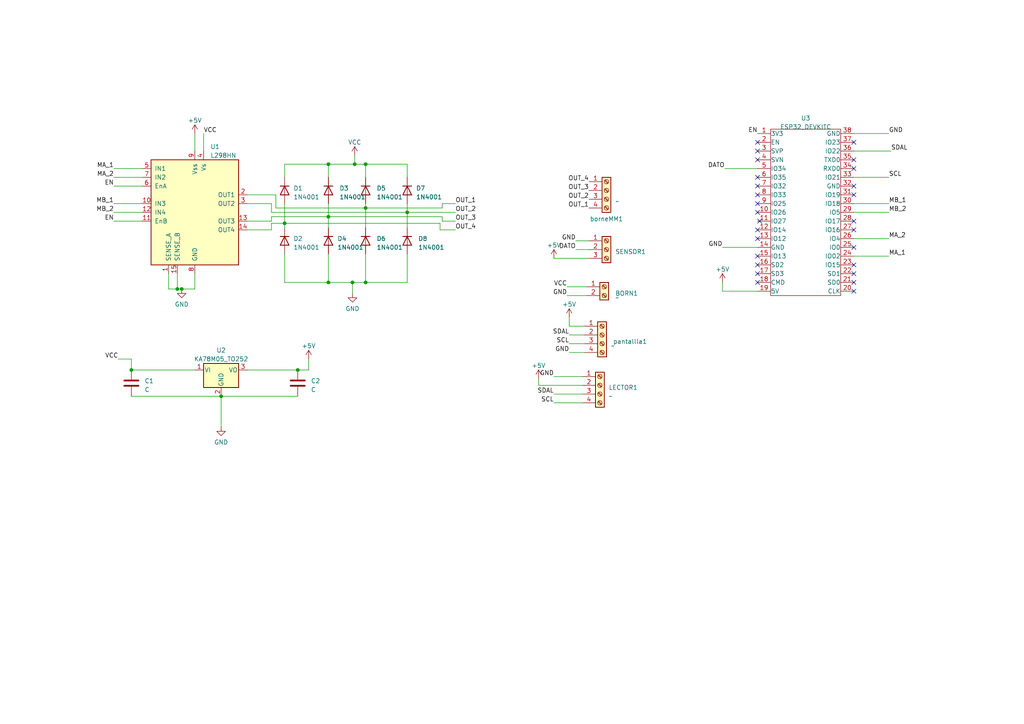
<source format=kicad_sch>
(kicad_sch (version 20230121) (generator eeschema)
  (paper "A4")
  (lib_symbols
    (symbol "Connector:Screw_Terminal_01x02" (pin_names (offset 1.016) hide)
      (property "Reference" "J" (at 0 2.54 0))
      (property "Value" "Screw_Terminal_01x02" (at 0 -5.08 0))
      (symbol "Screw_Terminal_01x02_1_1"
        (rectangle (start -1.27 1.27) (end 1.27 -3.81) (stroke (width 0.254)) (fill (type background)))
        (circle (center 0 -2.54) (radius 0.635) (stroke (width 0.1524)))
        (polyline (pts (xy -0.5334 -2.2098) (xy 0.3302 -3.048)) (stroke (width 0.1524)))
        (polyline (pts (xy -0.5334 0.3302) (xy 0.3302 -0.508)) (stroke (width 0.1524)))
        (polyline (pts (xy -0.3556 -2.032) (xy 0.508 -2.8702)) (stroke (width 0.1524)))
        (polyline (pts (xy -0.3556 0.508) (xy 0.508 -0.3302)) (stroke (width 0.1524)))
        (circle (center 0 0) (radius 0.635) (stroke (width 0.1524)))
        (pin passive line (at -5.08 0 0) (length 3.81) (name "Pin_1") (number "1"))
        (pin passive line (at -5.08 -2.54 0) (length 3.81) (name "Pin_2") (number "2"))
      )
    )
    (symbol "Connector:Screw_Terminal_01x03" (pin_names (offset 1.016) hide)
      (property "Reference" "J" (at 0 5.08 0))
      (property "Value" "Screw_Terminal_01x03" (at 0 -5.08 0))
      (symbol "Screw_Terminal_01x03_1_1"
        (rectangle (start -1.27 3.81) (end 1.27 -3.81) (stroke (width 0.254)) (fill (type background)))
        (circle (center 0 -2.54) (radius 0.635) (stroke (width 0.1524)))
        (polyline (pts (xy -0.5334 -2.2098) (xy 0.3302 -3.048)) (stroke (width 0.1524)))
        (polyline (pts (xy -0.5334 0.3302) (xy 0.3302 -0.508)) (stroke (width 0.1524)))
        (polyline (pts (xy -0.5334 2.8702) (xy 0.3302 2.032)) (stroke (width 0.1524)))
        (polyline (pts (xy -0.3556 -2.032) (xy 0.508 -2.8702)) (stroke (width 0.1524)))
        (polyline (pts (xy -0.3556 0.508) (xy 0.508 -0.3302)) (stroke (width 0.1524)))
        (polyline (pts (xy -0.3556 3.048) (xy 0.508 2.2098)) (stroke (width 0.1524)))
        (circle (center 0 0) (radius 0.635) (stroke (width 0.1524)))
        (circle (center 0 2.54) (radius 0.635) (stroke (width 0.1524)))
        (pin passive line (at -5.08 2.54 0) (length 3.81) (name "Pin_1") (number "1"))
        (pin passive line (at -5.08 0 0) (length 3.81) (name "Pin_2") (number "2"))
        (pin passive line (at -5.08 -2.54 0) (length 3.81) (name "Pin_3") (number "3"))
      )
    )
    (symbol "Connector:Screw_Terminal_01x04" (pin_names (offset 1.016) hide)
      (property "Reference" "J" (at 0 5.08 0))
      (property "Value" "Screw_Terminal_01x04" (at 0 -7.62 0))
      (symbol "Screw_Terminal_01x04_1_1"
        (rectangle (start -1.27 3.81) (end 1.27 -6.35) (stroke (width 0.254)) (fill (type background)))
        (circle (center 0 -5.08) (radius 0.635) (stroke (width 0.1524)))
        (circle (center 0 -2.54) (radius 0.635) (stroke (width 0.1524)))
        (polyline (pts (xy -0.5334 -4.7498) (xy 0.3302 -5.588)) (stroke (width 0.1524)))
        (polyline (pts (xy -0.5334 -2.2098) (xy 0.3302 -3.048)) (stroke (width 0.1524)))
        (polyline (pts (xy -0.5334 0.3302) (xy 0.3302 -0.508)) (stroke (width 0.1524)))
        (polyline (pts (xy -0.5334 2.8702) (xy 0.3302 2.032)) (stroke (width 0.1524)))
        (polyline (pts (xy -0.3556 -4.572) (xy 0.508 -5.4102)) (stroke (width 0.1524)))
        (polyline (pts (xy -0.3556 -2.032) (xy 0.508 -2.8702)) (stroke (width 0.1524)))
        (polyline (pts (xy -0.3556 0.508) (xy 0.508 -0.3302)) (stroke (width 0.1524)))
        (polyline (pts (xy -0.3556 3.048) (xy 0.508 2.2098)) (stroke (width 0.1524)))
        (circle (center 0 0) (radius 0.635) (stroke (width 0.1524)))
        (circle (center 0 2.54) (radius 0.635) (stroke (width 0.1524)))
        (pin passive line (at -5.08 2.54 0) (length 3.81) (name "Pin_1") (number "1"))
        (pin passive line (at -5.08 0 0) (length 3.81) (name "Pin_2") (number "2"))
        (pin passive line (at -5.08 -2.54 0) (length 3.81) (name "Pin_3") (number "3"))
        (pin passive line (at -5.08 -5.08 0) (length 3.81) (name "Pin_4") (number "4"))
      )
    )
    (symbol "Device:C" (pin_numbers hide) (pin_names (offset 0.254))
      (property "Reference" "C" (at 0.635 2.54 0))
      (property "Value" "C" (at 0.635 -2.54 0))
      (symbol "C_0_1"
        (polyline (pts (xy -2.032 -0.762) (xy 2.032 -0.762)) (stroke (width 0.508)))
        (polyline (pts (xy -2.032 0.762) (xy 2.032 0.762)) (stroke (width 0.508)))
      )
      (symbol "C_1_1"
        (pin passive line (at 0 3.81 270) (length 2.794) (name "~") (number "1"))
        (pin passive line (at 0 -3.81 90) (length 2.794) (name "~") (number "2"))
      )
    )
    (symbol "Diode:1N4001" (pin_numbers hide) (pin_names hide)
      (property "Reference" "D" (at 0 2.54 0))
      (property "Value" "1N4001" (at 0 -2.54 0))
      (symbol "1N4001_0_1"
        (polyline (pts (xy -1.27 1.27) (xy -1.27 -1.27)) (stroke (width 0.254)))
        (polyline (pts (xy 1.27 0) (xy -1.27 0)))
        (polyline (pts (xy 1.27 1.27) (xy 1.27 -1.27) (xy -1.27 0) (xy 1.27 1.27)) (stroke (width 0.254)))
      )
      (symbol "1N4001_1_1"
        (pin passive line (at -3.81 0 0) (length 2.54) (name "K") (number "1"))
        (pin passive line (at 3.81 0 180) (length 2.54) (name "A") (number "2"))
      )
    )
    (symbol "Driver_Motor:L298HN" (pin_names (offset 1.016))
      (property "Reference" "U" (at -10.16 16.51 0))
      (property "Value" "L298HN" (at 12.7 16.51 0))
      (symbol "L298HN_0_1"
        (rectangle (start -12.7 15.24) (end 12.7 -15.24) (stroke (width 0.254)) (fill (type background)))
      )
      (symbol "L298HN_1_1"
        (pin power_in line (at -7.62 -17.78 90) (length 2.54) (name "SENSE_A") (number "1"))
        (pin input line (at -15.24 2.54 0) (length 2.54) (name "IN3") (number "10"))
        (pin input line (at -15.24 -2.54 0) (length 2.54) (name "EnB") (number "11"))
        (pin input line (at -15.24 0 0) (length 2.54) (name "IN4") (number "12"))
        (pin output line (at 15.24 -2.54 180) (length 2.54) (name "OUT3") (number "13"))
        (pin output line (at 15.24 -5.08 180) (length 2.54) (name "OUT4") (number "14"))
        (pin power_in line (at -5.08 -17.78 90) (length 2.54) (name "SENSE_B") (number "15"))
        (pin output line (at 15.24 5.08 180) (length 2.54) (name "OUT1") (number "2"))
        (pin output line (at 15.24 2.54 180) (length 2.54) (name "OUT2") (number "3"))
        (pin power_in line (at 2.54 17.78 270) (length 2.54) (name "Vs") (number "4"))
        (pin input line (at -15.24 12.7 0) (length 2.54) (name "IN1") (number "5"))
        (pin input line (at -15.24 7.62 0) (length 2.54) (name "EnA") (number "6"))
        (pin input line (at -15.24 10.16 0) (length 2.54) (name "IN2") (number "7"))
        (pin power_in line (at 0 -17.78 90) (length 2.54) (name "GND") (number "8"))
        (pin power_in line (at 0 17.78 270) (length 2.54) (name "Vss") (number "9"))
      )
    )
    (symbol "EESTN5:ESP32_DEVKITC" (pin_names (offset 0.0254))
      (property "Reference" "U" (at 0 25.4 0))
      (property "Value" "ESP32_DEVKITC" (at 0 -25.4 0))
      (symbol "ESP32_DEVKITC_0_1"
        (rectangle (start -10.16 24.13) (end 10.16 -24.13))
      )
      (symbol "ESP32_DEVKITC_1_1"
        (pin passive line (at -13.97 22.86 0) (length 3.81) (name "3V3") (number "1"))
        (pin passive line (at -13.97 0 0) (length 3.81) (name "IO26") (number "10"))
        (pin passive line (at -13.97 -2.54 0) (length 3.81) (name "IO27") (number "11"))
        (pin passive line (at -13.97 -5.08 0) (length 3.81) (name "IO14") (number "12"))
        (pin passive line (at -13.97 -7.62 0) (length 3.81) (name "IO12") (number "13"))
        (pin passive line (at -13.97 -10.16 0) (length 3.81) (name "GND") (number "14"))
        (pin passive line (at -13.97 -12.7 0) (length 3.81) (name "IO13") (number "15"))
        (pin passive line (at -13.97 -15.24 0) (length 3.81) (name "SD2") (number "16"))
        (pin passive line (at -13.97 -17.78 0) (length 3.81) (name "SD3") (number "17"))
        (pin passive line (at -13.97 -20.32 0) (length 3.81) (name "CMD") (number "18"))
        (pin passive line (at -13.97 -22.86 0) (length 3.81) (name "5V") (number "19"))
        (pin passive line (at -13.97 20.32 0) (length 3.81) (name "EN") (number "2"))
        (pin passive line (at 13.97 -22.86 180) (length 3.81) (name "CLK") (number "20"))
        (pin passive line (at 13.97 -20.32 180) (length 3.81) (name "SD0") (number "21"))
        (pin passive line (at 13.97 -17.78 180) (length 3.81) (name "SD1") (number "22"))
        (pin passive line (at 13.97 -15.24 180) (length 3.81) (name "IO15") (number "23"))
        (pin passive line (at 13.97 -12.7 180) (length 3.81) (name "IO02") (number "24"))
        (pin passive line (at 13.97 -10.16 180) (length 3.81) (name "IO0") (number "25"))
        (pin passive line (at 13.97 -7.62 180) (length 3.81) (name "IO4") (number "26"))
        (pin passive line (at 13.97 -5.08 180) (length 3.81) (name "IO16") (number "27"))
        (pin passive line (at 13.97 -2.54 180) (length 3.81) (name "IO17") (number "28"))
        (pin passive line (at 13.97 0 180) (length 3.81) (name "IO5") (number "29"))
        (pin passive line (at -13.97 17.78 0) (length 3.81) (name "SVP") (number "3"))
        (pin passive line (at 13.97 2.54 180) (length 3.81) (name "IO18") (number "30"))
        (pin passive line (at 13.97 5.08 180) (length 3.81) (name "IO19") (number "31"))
        (pin passive line (at 13.97 7.62 180) (length 3.81) (name "GND") (number "32"))
        (pin passive line (at 13.97 10.16 180) (length 3.81) (name "IO21") (number "33"))
        (pin passive line (at 13.97 12.7 180) (length 3.81) (name "RXD0") (number "34"))
        (pin passive line (at 13.97 15.24 180) (length 3.81) (name "TXD0") (number "35"))
        (pin passive line (at 13.97 17.78 180) (length 3.81) (name "IO22") (number "36"))
        (pin passive line (at 13.97 20.32 180) (length 3.81) (name "IO23") (number "37"))
        (pin passive line (at 13.97 22.86 180) (length 3.81) (name "GND") (number "38"))
        (pin passive line (at -13.97 15.24 0) (length 3.81) (name "SVN") (number "4"))
        (pin passive line (at -13.97 12.7 0) (length 3.81) (name "IO34") (number "5"))
        (pin passive line (at -13.97 10.16 0) (length 3.81) (name "IO35") (number "6"))
        (pin passive line (at -13.97 7.62 0) (length 3.81) (name "IO32") (number "7"))
        (pin passive line (at -13.97 5.08 0) (length 3.81) (name "IO33") (number "8"))
        (pin passive line (at -13.97 2.54 0) (length 3.81) (name "IO25") (number "9"))
      )
    )
    (symbol "Regulator_Linear:KA78M05_TO252" (pin_names (offset 0.254))
      (property "Reference" "U" (at -3.81 3.175 0))
      (property "Value" "KA78M05_TO252" (at 0 3.175 0))
      (symbol "KA78M05_TO252_0_1"
        (rectangle (start -5.08 1.905) (end 5.08 -5.08) (stroke (width 0.254)) (fill (type background)))
      )
      (symbol "KA78M05_TO252_1_1"
        (pin power_in line (at -7.62 0 0) (length 2.54) (name "VI") (number "1"))
        (pin power_in line (at 0 -7.62 90) (length 2.54) (name "GND") (number "2"))
        (pin power_out line (at 7.62 0 180) (length 2.54) (name "VO") (number "3"))
      )
    )
    (symbol "power:+5V" (power) (pin_names (offset 0))
      (property "Value" "+5V" (at 0 3.556 0))
      (symbol "+5V_0_1"
        (polyline (pts (xy -0.762 1.27) (xy 0 2.54)))
        (polyline (pts (xy 0 0) (xy 0 2.54)))
        (polyline (pts (xy 0 2.54) (xy 0.762 1.27)))
      )
      (symbol "+5V_1_1"
        (pin power_in line (at 0 0 90) (length 0) hide (name "+5V") (number "1"))
      )
    )
    (symbol "power:GND" (power) (pin_names (offset 0))
      (property "Value" "GND" (at 0 -3.81 0))
      (symbol "GND_0_1"
        (polyline (pts (xy 0 0) (xy 0 -1.27) (xy 1.27 -1.27) (xy 0 -2.54) (xy -1.27 -1.27) (xy 0 -1.27)))
      )
      (symbol "GND_1_1"
        (pin power_in line (at 0 0 270) (length 0) hide (name "GND") (number "1"))
      )
    )
    (symbol "power:VCC" (power) (pin_names (offset 0))
      (property "Value" "VCC" (at 0 3.81 0))
      (symbol "VCC_0_1"
        (polyline (pts (xy -0.762 1.27) (xy 0 2.54)))
        (polyline (pts (xy 0 0) (xy 0 2.54)))
        (polyline (pts (xy 0 2.54) (xy 0.762 1.27)))
      )
      (symbol "VCC_1_1"
        (pin power_in line (at 0 0 90) (length 0) hide (name "VCC") (number "1"))
      )
    )
  )
  (junction (at 86.36 107.315))
  (junction (at 106.045 60.325))
  (junction (at 95.25 81.915))
  (junction (at 106.045 47.625))
  (junction (at 106.045 81.915))
  (junction (at 82.55 64.77))
  (junction (at 95.25 62.865))
  (junction (at 95.25 47.625))
  (junction (at 102.87 47.625))
  (junction (at 38.1 107.315))
  (junction (at 118.11 61.595))
  (junction (at 102.235 81.915))
  (junction (at 51.435 83.82))
  (junction (at 64.135 114.935))
  (junction (at 52.705 83.82))
  (no_connect (at 219.71 61.595))
  (no_connect (at 247.65 48.895))
  (no_connect (at 219.71 79.375))
  (no_connect (at 220.345 64.135))
  (no_connect (at 219.71 76.835))
  (no_connect (at 219.71 46.355))
  (no_connect (at 247.65 84.455))
  (no_connect (at 247.65 66.675))
  (no_connect (at 219.71 81.915))
  (no_connect (at 219.71 56.515))
  (no_connect (at 219.71 69.215))
  (no_connect (at 219.71 66.675))
  (no_connect (at 247.65 53.975))
  (no_connect (at 219.71 59.055))
  (no_connect (at 247.65 41.275))
  (no_connect (at 247.65 71.755))
  (no_connect (at 219.71 53.975))
  (no_connect (at 247.65 56.515))
  (no_connect (at 247.65 79.375))
  (no_connect (at 219.71 43.815))
  (no_connect (at 247.65 64.135))
  (no_connect (at 219.71 41.275))
  (no_connect (at 219.71 74.295))
  (no_connect (at 247.65 76.835))
  (no_connect (at 219.71 51.435))
  (no_connect (at 247.65 81.915))
  (no_connect (at 247.65 46.355))
  (wire (pts (xy 71.755 64.135) (xy 78.74 64.135)))
  (wire (pts (xy 80.01 60.325) (xy 106.045 60.325)))
  (wire (pts (xy 64.135 114.935) (xy 86.36 114.935)))
  (wire (pts (xy 71.755 56.515) (xy 80.01 56.515)))
  (wire (pts (xy 33.02 53.975) (xy 41.275 53.975)))
  (wire (pts (xy 106.045 59.055) (xy 106.045 60.325)))
  (wire (pts (xy 51.435 83.82) (xy 52.705 83.82)))
  (wire (pts (xy 48.895 83.82) (xy 51.435 83.82)))
  (wire (pts (xy 38.1 114.935) (xy 64.135 114.935)))
  (wire (pts (xy 128.27 59.055) (xy 132.08 59.055)))
  (wire (pts (xy 78.74 61.595) (xy 118.11 61.595)))
  (wire (pts (xy 51.435 79.375) (xy 51.435 83.82)))
  (wire (pts (xy 89.535 104.14) (xy 89.535 107.315)))
  (wire (pts (xy 102.235 81.915) (xy 102.235 85.09)))
  (wire (pts (xy 258.445 43.815) (xy 247.65 43.815)))
  (wire (pts (xy 118.11 47.625) (xy 106.045 47.625)))
  (wire (pts (xy 64.135 114.935) (xy 64.135 123.825)))
  (wire (pts (xy 257.81 38.735) (xy 247.65 38.735)))
  (wire (pts (xy 209.55 84.455) (xy 209.55 81.915)))
  (wire (pts (xy 82.55 59.055) (xy 82.55 64.77)))
  (wire (pts (xy 257.81 59.055) (xy 247.65 59.055)))
  (wire (pts (xy 48.895 79.375) (xy 48.895 83.82)))
  (wire (pts (xy 165.1 102.235) (xy 169.545 102.235)))
  (wire (pts (xy 33.02 59.055) (xy 41.275 59.055)))
  (wire (pts (xy 95.25 81.915) (xy 102.235 81.915)))
  (wire (pts (xy 71.755 59.055) (xy 78.74 59.055)))
  (wire (pts (xy 89.535 107.315) (xy 86.36 107.315)))
  (wire (pts (xy 106.045 60.325) (xy 106.045 66.04)))
  (wire (pts (xy 33.02 51.435) (xy 41.275 51.435)))
  (wire (pts (xy 82.55 81.915) (xy 95.25 81.915)))
  (wire (pts (xy 106.045 47.625) (xy 106.045 51.435)))
  (wire (pts (xy 82.55 64.77) (xy 82.55 66.04)))
  (wire (pts (xy 128.27 64.135) (xy 132.08 64.135)))
  (wire (pts (xy 257.81 74.295) (xy 247.65 74.295)))
  (wire (pts (xy 78.74 66.675) (xy 78.74 64.77)))
  (wire (pts (xy 102.87 45.085) (xy 102.87 47.625)))
  (wire (pts (xy 82.55 73.66) (xy 82.55 81.915)))
  (wire (pts (xy 257.81 61.595) (xy 247.65 61.595)))
  (wire (pts (xy 160.655 74.93) (xy 170.815 74.93)))
  (wire (pts (xy 78.74 64.135) (xy 78.74 62.865)))
  (wire (pts (xy 160.655 114.3) (xy 168.91 114.3)))
  (wire (pts (xy 33.02 64.135) (xy 41.275 64.135)))
  (wire (pts (xy 118.11 81.915) (xy 106.045 81.915)))
  (wire (pts (xy 71.755 66.675) (xy 78.74 66.675)))
  (wire (pts (xy 106.045 73.66) (xy 106.045 81.915)))
  (wire (pts (xy 257.81 69.215) (xy 247.65 69.215)))
  (wire (pts (xy 118.11 61.595) (xy 132.08 61.595)))
  (wire (pts (xy 102.87 47.625) (xy 95.25 47.625)))
  (wire (pts (xy 80.01 56.515) (xy 80.01 60.325)))
  (wire (pts (xy 59.055 38.735) (xy 59.055 43.815)))
  (wire (pts (xy 127.635 66.675) (xy 132.08 66.675)))
  (wire (pts (xy 95.25 73.66) (xy 95.25 81.915)))
  (wire (pts (xy 95.25 59.055) (xy 95.25 62.865)))
  (wire (pts (xy 164.465 85.725) (xy 170.18 85.725)))
  (wire (pts (xy 160.655 109.22) (xy 168.91 109.22)))
  (wire (pts (xy 78.74 64.77) (xy 82.55 64.77)))
  (wire (pts (xy 56.515 79.375) (xy 56.515 83.82)))
  (wire (pts (xy 128.27 62.865) (xy 128.27 64.135)))
  (wire (pts (xy 38.1 107.315) (xy 56.515 107.315)))
  (wire (pts (xy 106.045 81.915) (xy 102.235 81.915)))
  (wire (pts (xy 118.11 61.595) (xy 118.11 66.04)))
  (wire (pts (xy 56.515 83.82) (xy 52.705 83.82)))
  (wire (pts (xy 95.25 62.865) (xy 128.27 62.865)))
  (wire (pts (xy 257.81 51.435) (xy 247.65 51.435)))
  (wire (pts (xy 210.185 48.895) (xy 219.71 48.895)))
  (wire (pts (xy 165.1 94.615) (xy 169.545 94.615)))
  (wire (pts (xy 106.045 47.625) (xy 102.87 47.625)))
  (wire (pts (xy 165.1 99.695) (xy 169.545 99.695)))
  (wire (pts (xy 71.755 107.315) (xy 86.36 107.315)))
  (wire (pts (xy 95.25 47.625) (xy 95.25 51.435)))
  (wire (pts (xy 38.1 104.14) (xy 38.1 107.315)))
  (wire (pts (xy 95.25 62.865) (xy 95.25 66.04)))
  (wire (pts (xy 128.27 60.325) (xy 128.27 59.055)))
  (wire (pts (xy 33.02 48.895) (xy 41.275 48.895)))
  (wire (pts (xy 106.045 60.325) (xy 128.27 60.325)))
  (wire (pts (xy 118.11 51.435) (xy 118.11 47.625)))
  (wire (pts (xy 167.005 69.85) (xy 170.815 69.85)))
  (wire (pts (xy 118.11 59.055) (xy 118.11 61.595)))
  (wire (pts (xy 82.55 64.77) (xy 127.635 64.77)))
  (wire (pts (xy 160.655 116.84) (xy 168.91 116.84)))
  (wire (pts (xy 209.55 84.455) (xy 219.71 84.455)))
  (wire (pts (xy 56.515 38.735) (xy 56.515 43.815)))
  (wire (pts (xy 95.25 47.625) (xy 82.55 47.625)))
  (wire (pts (xy 165.1 92.075) (xy 165.1 94.615)))
  (wire (pts (xy 78.74 59.055) (xy 78.74 61.595)))
  (wire (pts (xy 127.635 64.77) (xy 127.635 66.675)))
  (wire (pts (xy 118.11 73.66) (xy 118.11 81.915)))
  (wire (pts (xy 34.29 104.14) (xy 38.1 104.14)))
  (wire (pts (xy 156.21 111.76) (xy 168.91 111.76)))
  (wire (pts (xy 82.55 47.625) (xy 82.55 51.435)))
  (wire (pts (xy 78.74 62.865) (xy 95.25 62.865)))
  (wire (pts (xy 209.55 71.755) (xy 219.71 71.755)))
  (wire (pts (xy 164.465 83.185) (xy 170.18 83.185)))
  (wire (pts (xy 165.1 97.155) (xy 169.545 97.155)))
  (wire (pts (xy 33.02 61.595) (xy 41.275 61.595)))
  (wire (pts (xy 167.005 72.39) (xy 170.815 72.39)))
  (wire (pts (xy 156.21 111.76) (xy 156.21 109.855)))
  (label "OUT_4" (at 132.08 66.675 0))
  (label "OUT_4" (at 170.815 52.705 180))
  (label "OUT_2" (at 132.08 61.595 0))
  (label "OUT_1" (at 132.08 59.055 0))
  (label "OUT_3" (at 170.815 55.245 180))
  (label "VCC" (at 59.055 38.735 0))
  (label "MB_1" (at 33.02 59.055 180))
  (label "GND" (at 209.55 71.755 180))
  (label "MA_2" (at 33.02 51.435 180))
  (label "VCC" (at 34.29 104.14 180))
  (label "GND" (at 164.465 85.725 180))
  (label "MA_1" (at 33.02 48.895 180))
  (label "EN" (at 33.02 64.135 180))
  (label "SCL" (at 257.81 51.435 0))
  (label "SDAL" (at 165.1 97.155 180))
  (label "DATO" (at 210.185 48.895 180))
  (label "SDAL" (at 258.445 43.815 0))
  (label "MB_1" (at 257.81 59.055 0))
  (label "SDAL" (at 160.655 114.3 180))
  (label "GND" (at 160.655 109.22 180))
  (label "EN" (at 33.02 53.975 180))
  (label "DATO" (at 167.005 72.39 180))
  (label "SCL" (at 160.655 116.84 180))
  (label "GND" (at 165.1 102.235 180))
  (label "MA_2" (at 257.81 69.215 0))
  (label "VCC" (at 164.465 83.185 180))
  (label "OUT_3" (at 132.08 64.135 0))
  (label "GND" (at 167.005 69.85 180))
  (label "OUT_2" (at 170.815 57.785 180))
  (label "EN" (at 219.71 38.735 180))
  (label "MA_1" (at 257.81 74.295 0))
  (label "MB_2" (at 257.81 61.595 0))
  (label "OUT_1" (at 170.815 60.325 180))
  (label "GND" (at 257.81 38.735 0))
  (label "SCL" (at 165.1 99.695 180))
  (label "MB_2" (at 33.02 61.595 180))
  (symbol (lib_id "Diode:1N4001") (at 82.55 69.85 270) (unit 1)
    (property "Reference" "D2" (at 85.09 69.215 90) (effects (justify left)))
    (property "Value" "1N4001" (at 85.09 71.755 90) (effects (justify left)))
    (property "Footprint" "Diode_SMD:D_1812_4532Metric_Pad1.30x3.40mm_HandSolder" (effects hide))
    (property "Datasheet" "http://www.vishay.com/docs/88503/1n4001.pdf" (effects hide))
    (property "Sim.Device" "D" (effects hide))
    (property "Sim.Pins" "1=K 2=A" (effects hide))
  )
  (symbol (lib_id "Diode:1N4001") (at 95.25 69.85 270) (unit 1)
    (property "Reference" "D4" (at 97.8461 69.215 90) (effects (justify left)))
    (property "Value" "1N4001" (at 97.8461 71.755 90) (effects (justify left)))
    (property "Footprint" "Diode_SMD:D_1812_4532Metric_Pad1.30x3.40mm_HandSolder" (effects hide))
    (property "Datasheet" "http://www.vishay.com/docs/88503/1n4001.pdf" (effects hide))
    (property "Sim.Device" "D" (effects hide))
    (property "Sim.Pins" "1=K 2=A" (effects hide))
  )
  (symbol (lib_id "Connector:Screw_Terminal_01x04") (at 175.895 55.245 0) (unit 1)
    (property "Reference" "borneMM1" (at 175.895 63.5 0))
    (property "Value" "~" (at 178.435 58.42 0) (effects (justify left)))
    (property "Footprint" "TerminalBlock:TerminalBlock_bornier-4_P5.08mm" (effects hide))
  )
  (symbol (lib_id "Connector:Screw_Terminal_01x02") (at 175.26 83.185 0) (unit 1)
    (property "Reference" "BORN1" (at 178.435 85.09 0) (effects (justify left)))
    (property "Value" "~" (at 178.435 86.36 0) (effects (justify left)))
    (property "Footprint" "TerminalBlock:TerminalBlock_bornier-2_P5.08mm" (effects hide))
  )
  (symbol (lib_id "Diode:1N4001") (at 106.045 69.85 270) (unit 1)
    (property "Reference" "D6" (at 109.22 69.215 90) (effects (justify left)))
    (property "Value" "1N4001" (at 109.22 71.755 90) (effects (justify left)))
    (property "Footprint" "Diode_SMD:D_1812_4532Metric_Pad1.30x3.40mm_HandSolder" (effects hide))
    (property "Datasheet" "http://www.vishay.com/docs/88503/1n4001.pdf" (effects hide))
    (property "Sim.Device" "D" (effects hide))
    (property "Sim.Pins" "1=K 2=A" (effects hide))
  )
  (symbol (lib_id "EESTN5:ESP32_DEVKITC") (at 233.68 61.595 0) (unit 1)
    (property "Reference" "U3" (at 233.68 34.29 0))
    (property "Value" "ESP32_DEVKITC" (at 233.68 36.83 0))
    (property "Footprint" "EESTN5:ESP32_DEVKITC" (effects hide))
  )
  (symbol (lib_id "Diode:1N4001") (at 82.55 55.245 270) (unit 1)
    (property "Reference" "D1" (at 85.09 54.61 90) (effects (justify left)))
    (property "Value" "1N4001" (at 85.09 57.15 90) (effects (justify left)))
    (property "Footprint" "Diode_SMD:D_1812_4532Metric_Pad1.30x3.40mm_HandSolder" (effects hide))
    (property "Datasheet" "http://www.vishay.com/docs/88503/1n4001.pdf" (effects hide))
    (property "Sim.Device" "D" (effects hide))
    (property "Sim.Pins" "1=K 2=A" (effects hide))
  )
  (symbol (lib_id "Diode:1N4001") (at 95.25 55.245 270) (unit 1)
    (property "Reference" "D3" (at 98.425 54.61 90) (effects (justify left)))
    (property "Value" "1N4001" (at 98.425 57.15 90) (effects (justify left)))
    (property "Footprint" "Diode_SMD:D_1812_4532Metric_Pad1.30x3.40mm_HandSolder" (effects hide))
    (property "Datasheet" "http://www.vishay.com/docs/88503/1n4001.pdf" (effects hide))
    (property "Sim.Device" "D" (effects hide))
    (property "Sim.Pins" "1=K 2=A" (effects hide))
  )
  (symbol (lib_id "Regulator_Linear:KA78M05_TO252") (at 64.135 107.315 0) (unit 1)
    (property "Reference" "U2" (at 64.135 101.6 0))
    (property "Value" "KA78M05_TO252" (at 64.135 104.14 0))
    (property "Footprint" "Package_TO_SOT_SMD:TO-252-2" (effects hide))
    (property "Datasheet" "https://www.onsemi.com/pub/Collateral/MC78M00-D.PDF" (effects hide))
  )
  (symbol (lib_id "power:+5V") (at 165.1 92.075 0) (unit 1)
    (property "Reference" "#PWR09" (effects hide))
    (property "Value" "+5V" (at 165.1 88.265 0))
  )
  (symbol (lib_id "Device:C") (at 86.36 111.125 0) (unit 1)
    (property "Reference" "C2" (at 90.17 110.49 0) (effects (justify left)))
    (property "Value" "C" (at 90.17 113.03 0) (effects (justify left)))
    (property "Footprint" "Capacitor_SMD:CP_Elec_10x12.5" (effects hide))
  )
  (symbol (lib_id "power:+5V") (at 56.515 38.735 0) (unit 1)
    (property "Reference" "#PWR06" (effects hide))
    (property "Value" "+5V" (at 56.515 34.925 0))
  )
  (symbol (lib_id "Connector:Screw_Terminal_01x04") (at 173.99 111.76 0) (unit 1)
    (property "Reference" "LECTOR1" (at 176.53 112.395 0) (effects (justify left)))
    (property "Value" "~" (at 176.53 114.935 0) (effects (justify left)))
    (property "Footprint" "Connector_PinHeader_2.54mm:PinHeader_1x04_P2.54mm_Vertical" (effects hide))
  )
  (symbol (lib_id "power:+5V") (at 209.55 81.915 0) (unit 1)
    (property "Reference" "#PWR08" (effects hide))
    (property "Value" "+5V" (at 209.55 78.105 0))
  )
  (symbol (lib_id "power:VCC") (at 102.87 45.085 0) (unit 1)
    (property "Reference" "#PWR05" (effects hide))
    (property "Value" "VCC" (at 102.87 41.275 0))
  )
  (symbol (lib_id "power:GND") (at 52.705 83.82 0) (unit 1)
    (property "Reference" "#PWR01" (effects hide))
    (property "Value" "GND" (at 52.705 88.265 0))
  )
  (symbol (lib_id "Driver_Motor:L298HN") (at 56.515 61.595 0) (unit 1)
    (property "Reference" "U1" (at 61.0109 42.545 0) (effects (justify left)))
    (property "Value" "L298HN" (at 61.0109 45.085 0) (effects (justify left)))
    (property "Footprint" "Package_TO_SOT_THT:TO-220-15_P2.54x2.54mm_StaggerOdd_Lead4.58mm_Vertical" (effects hide))
    (property "Datasheet" "http://www.st.com/st-web-ui/static/active/en/resource/technical/document/datasheet/CD00000240.pdf" (effects hide))
  )
  (symbol (lib_id "Diode:1N4001") (at 118.11 69.85 270) (unit 1)
    (property "Reference" "D8" (at 121.285 69.215 90) (effects (justify left)))
    (property "Value" "1N4001" (at 121.285 71.755 90) (effects (justify left)))
    (property "Footprint" "Diode_SMD:D_1812_4532Metric_Pad1.30x3.40mm_HandSolder" (effects hide))
    (property "Datasheet" "http://www.vishay.com/docs/88503/1n4001.pdf" (effects hide))
    (property "Sim.Device" "D" (effects hide))
    (property "Sim.Pins" "1=K 2=A" (effects hide))
  )
  (symbol (lib_id "Connector:Screw_Terminal_01x04") (at 174.625 97.155 0) (unit 1)
    (property "Reference" "pantallla1" (at 177.8 99.06 0) (effects (justify left)))
    (property "Value" "~" (at 177.165 100.33 0) (effects (justify left)))
    (property "Footprint" "Connector_PinHeader_2.54mm:PinHeader_1x04_P2.54mm_Vertical" (effects hide))
  )
  (symbol (lib_id "power:GND") (at 102.235 85.09 0) (unit 1)
    (property "Reference" "#PWR04" (effects hide))
    (property "Value" "GND" (at 102.235 89.535 0))
  )
  (symbol (lib_id "power:+5V") (at 160.655 74.93 0) (unit 1)
    (property "Reference" "#PWR07" (effects hide))
    (property "Value" "+5V" (at 160.655 71.12 0))
  )
  (symbol (lib_id "Connector:Screw_Terminal_01x03") (at 175.895 72.39 0) (unit 1)
    (property "Reference" "SENSOR1" (at 178.435 73.025 0) (effects (justify left)))
    (property "Value" "Screw_Terminal_01x03" (effects hide))
    (property "Footprint" "Connector_PinHeader_2.54mm:PinHeader_1x03_P2.54mm_Vertical" (effects hide))
  )
  (symbol (lib_id "power:+5V") (at 156.21 109.855 0) (unit 1)
    (property "Reference" "#PWR010" (effects hide))
    (property "Value" "+5V" (at 156.21 106.045 0))
  )
  (symbol (lib_id "power:+5V") (at 89.535 104.14 0) (unit 1)
    (property "Reference" "#PWR03" (effects hide))
    (property "Value" "+5V" (at 89.535 100.33 0))
  )
  (symbol (lib_id "Device:C") (at 38.1 111.125 0) (unit 1)
    (property "Reference" "C1" (at 41.91 110.49 0) (effects (justify left)))
    (property "Value" "C" (at 41.91 113.03 0) (effects (justify left)))
    (property "Footprint" "Capacitor_SMD:CP_Elec_10x12.5" (effects hide))
  )
  (symbol (lib_id "power:GND") (at 64.135 123.825 0) (unit 1)
    (property "Reference" "#PWR02" (effects hide))
    (property "Value" "GND" (at 64.135 128.27 0))
  )
  (symbol (lib_id "Diode:1N4001") (at 106.045 55.245 270) (unit 1)
    (property "Reference" "D5" (at 109.22 54.61 90) (effects (justify left)))
    (property "Value" "1N4001" (at 109.22 57.15 90) (effects (justify left)))
    (property "Footprint" "Diode_SMD:D_1812_4532Metric_Pad1.30x3.40mm_HandSolder" (effects hide))
    (property "Datasheet" "http://www.vishay.com/docs/88503/1n4001.pdf" (effects hide))
    (property "Sim.Device" "D" (effects hide))
    (property "Sim.Pins" "1=K 2=A" (effects hide))
  )
  (symbol (lib_id "Diode:1N4001") (at 118.11 55.245 270) (unit 1)
    (property "Reference" "D7" (at 120.65 54.61 90) (effects (justify left)))
    (property "Value" "1N4001" (at 120.65 57.15 90) (effects (justify left)))
    (property "Footprint" "Diode_SMD:D_1812_4532Metric_Pad1.30x3.40mm_HandSolder" (effects hide))
    (property "Datasheet" "http://www.vishay.com/docs/88503/1n4001.pdf" (effects hide))
    (property "Sim.Device" "D" (effects hide))
    (property "Sim.Pins" "1=K 2=A" (effects hide))
  )
)
</source>
